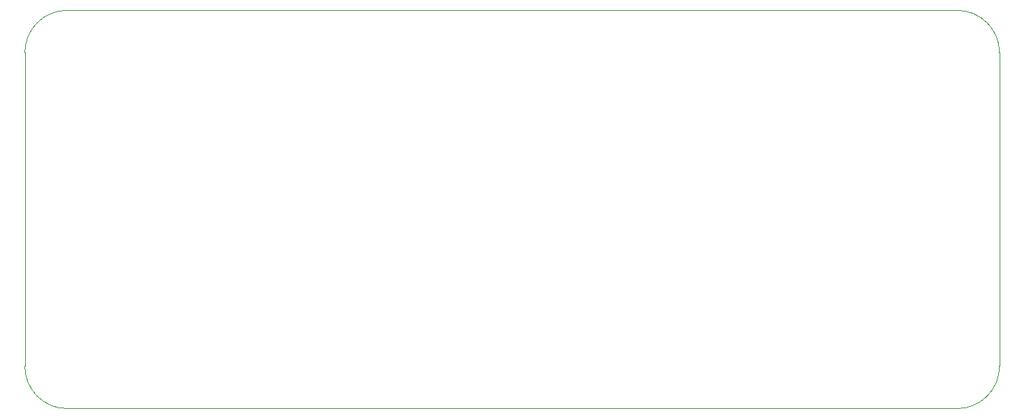
<source format=gbr>
%TF.GenerationSoftware,KiCad,Pcbnew,7.0.1-0*%
%TF.CreationDate,2023-07-04T20:45:15+01:00*%
%TF.ProjectId,Penfold_ADSR,50656e66-6f6c-4645-9f41-4453522e6b69,rev?*%
%TF.SameCoordinates,Original*%
%TF.FileFunction,Profile,NP*%
%FSLAX46Y46*%
G04 Gerber Fmt 4.6, Leading zero omitted, Abs format (unit mm)*
G04 Created by KiCad (PCBNEW 7.0.1-0) date 2023-07-04 20:45:15*
%MOMM*%
%LPD*%
G01*
G04 APERTURE LIST*
%TA.AperFunction,Profile*%
%ADD10C,0.100000*%
%TD*%
G04 APERTURE END LIST*
D10*
X187000000Y-65000000D02*
G75*
G03*
X182000000Y-60000000I-5000000J0D01*
G01*
X187000000Y-102000000D02*
X187000000Y-65000000D01*
X72000000Y-102000000D02*
G75*
G03*
X77000000Y-107000000I5000000J0D01*
G01*
X182000000Y-107000000D02*
G75*
G03*
X187000000Y-102000000I0J5000000D01*
G01*
X77000000Y-107000000D02*
X182000000Y-107000000D01*
X72000000Y-65000000D02*
X72000000Y-102000000D01*
X77000000Y-60000000D02*
G75*
G03*
X72000000Y-65000000I0J-5000000D01*
G01*
X182000000Y-60000000D02*
X77000000Y-60000000D01*
M02*

</source>
